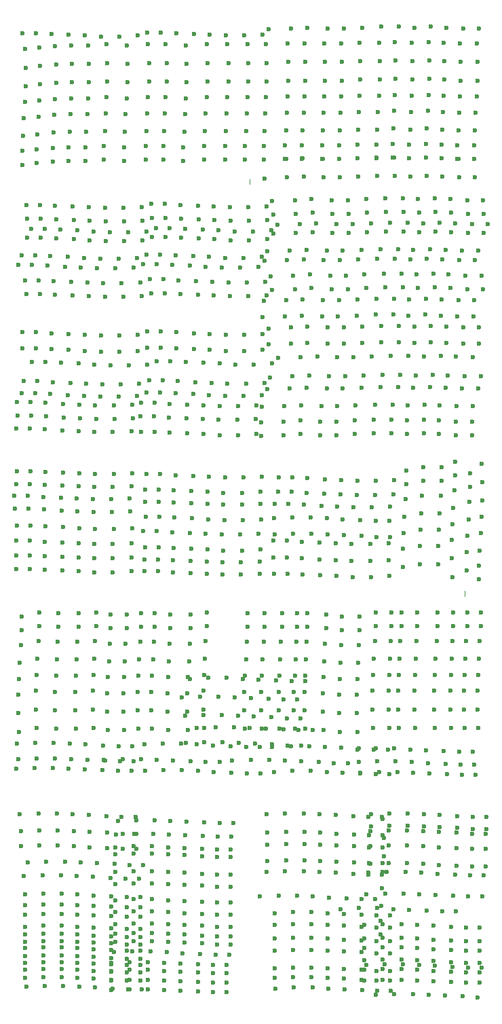
<source format=gbr>
G04 ===== Begin FILE IDENTIFICATION =====*
G04 File Format:  Gerber RS274X*
G04 ===== End FILE IDENTIFICATION =====*
%FSDAX34Y34*%
%MOMM*%
%SFA1.0000B1.0000*%
%OFA0.0B0.0*%
%ADD14C,0.600000*%
%ADD15C,0.025000*%
%LNhole*%
%IPPOS*%
%LPD*%
G75*
D14*
X-0071262Y-0185587D03*
X-0090262Y-0184587D03*
X-0112262Y-0183587D03*
X-0132262Y-0182587D03*
X-0152262Y-0181587D03*
X-0175262D03*
X-0179600Y-0177587D03*
X-0196600D03*
X-0198262Y-0182587D03*
X-0215600Y-0176587D03*
X-0300600Y-0173587D03*
X-0237600Y-0175587D03*
X-0257600Y-0174587D03*
X-0277600Y-0173587D03*
X-0323600Y-0174587D03*
X-0526600D03*
X-0528600Y-0176587D03*
X-0568600Y-0172587D03*
X-0634600D03*
X-0611600Y-0171587D03*
X-0548600Y-0173587D03*
X-0588600Y-0171587D03*
X-0505600Y-0175587D03*
X-0507600D03*
X-0482600D03*
X-0490600D03*
X-0442600Y-0177587D03*
X-0462600Y-0176587D03*
X-0420600Y-0178587D03*
X-0384600Y-0179587D03*
X-0401600D03*
X-0146600Y-0164587D03*
X-0189600Y-0163587D03*
X-0166600D03*
X-0324600Y-0161587D03*
X-0258600D03*
X-0238600Y-0162587D03*
X-0216600Y-0163587D03*
X-0197600Y-0164587D03*
X-0212600D03*
X-0180600D03*
X-0505600Y-0163587D03*
X-0550600Y-0162587D03*
X-0528600Y-0164587D03*
X-0636600Y-0161587D03*
X-0570600D03*
X-0528600Y-0163587D03*
X-0509600Y-0164587D03*
X-0482600Y-0163587D03*
X-0492600Y-0164587D03*
X-0462600D03*
X-0104600Y-0153587D03*
X-0126600Y-0152587D03*
X-0146600Y-0151587D03*
X-0189600Y-0150587D03*
X-0238600D03*
X-0216600Y-0151587D03*
X-0197600Y-0152587D03*
X-0212600Y-0151587D03*
X-0180600Y-0152587D03*
X-0166600Y-0150587D03*
X-0505600Y-0151587D03*
X-0550600Y-0152587D03*
X-0528600D03*
Y-0153587D03*
X-0636600Y-0151587D03*
X-0613600Y-0150587D03*
X-0590600D03*
X-0570600Y-0151587D03*
X-0482600D03*
X-0442600Y-0153587D03*
X-0462600Y-0152587D03*
X-0085600Y-0154587D03*
X-0068600D03*
X-0301600Y-0160587D03*
X-0278600D03*
X-0401600Y-0155587D03*
X-0384600D03*
X-0420600Y-0154587D03*
X-0492600D03*
X-0509600D03*
X-0590600Y-0160587D03*
X-0613600D03*
X-0104600Y-0166587D03*
X-0085600Y-0167587D03*
X-0068600D03*
X-0126600Y-0165587D03*
X-0401600Y-0167587D03*
X-0384600D03*
X-0420600Y-0166587D03*
X-0442600Y-0165587D03*
X-0104600Y-0114587D03*
Y-0126587D03*
Y-0141587D03*
X-0068600Y-0142587D03*
Y-0127587D03*
Y-0115587D03*
X-0085600D03*
Y-0127587D03*
Y-0142587D03*
X-0180600Y-0130587D03*
Y-0115587D03*
X-0166600Y-0138587D03*
Y-0123587D03*
Y-0111587D03*
X-0146600Y-0112587D03*
Y-0124587D03*
Y-0139587D03*
X-0126600Y-0140587D03*
Y-0125587D03*
Y-0113587D03*
X-0189600Y-0138587D03*
Y-0123587D03*
Y-0111587D03*
X-0192600Y-0107587D03*
X-0197600Y-0130587D03*
Y-0115587D03*
X-0216600Y-0114587D03*
Y-0129587D03*
X-0238600Y-0113587D03*
Y-0128587D03*
X-0212600Y-0139587D03*
Y-0124587D03*
Y-0112587D03*
X-0301600Y-0126587D03*
Y-0111587D03*
X-0278600D03*
Y-0126587D03*
X-0324600Y-0127587D03*
Y-0112587D03*
X-0258600D03*
Y-0127587D03*
X-0439600Y-0130587D03*
X-0462600Y-0142587D03*
X-0459600Y-0129587D03*
X-0417600Y-0131587D03*
X-0398600Y-0132587D03*
X-0381600D03*
X-0509600Y-0137587D03*
X-0502600Y-0128587D03*
X-0505600Y-0141587D03*
X-0550600Y-0135587D03*
X-0525600Y-0129587D03*
X-0528600Y-0136587D03*
Y-0142587D03*
X-0509600Y-0127587D03*
X-0482600Y-0141587D03*
X-0492600Y-0127587D03*
Y-0137587D03*
X-0479600Y-0128587D03*
X-0437600Y-0107587D03*
Y-0117587D03*
X-0379600Y-0109587D03*
Y-0119587D03*
X-0396600Y-0109587D03*
Y-0119587D03*
X-0415600Y-0118587D03*
X-0457600Y-0106587D03*
Y-0116587D03*
X-0477600Y-0105587D03*
Y-0115587D03*
X-0415600Y-0108587D03*
X-0500600Y-0105587D03*
Y-0115587D03*
X-0550600Y-0108587D03*
Y-0117587D03*
X-0528600Y-0118587D03*
Y-0109587D03*
X-0523600Y-0106587D03*
Y-0116587D03*
X-0509600Y-0119587D03*
Y-0110587D03*
X-0492600D03*
Y-0119587D03*
X-0528600Y-0126587D03*
X-0550600Y-0125587D03*
X-0570600Y-0116587D03*
Y-0107587D03*
X-0590600Y-0141587D03*
Y-0106587D03*
Y-0115587D03*
Y-0123587D03*
Y-0133587D03*
X-0570600Y-0124587D03*
Y-0134587D03*
Y-0142587D03*
X-0613600Y-0106587D03*
Y-0115587D03*
Y-0123587D03*
Y-0133587D03*
Y-0141587D03*
X-0636600Y-0107587D03*
Y-0116587D03*
Y-0124587D03*
Y-0134587D03*
Y-0142587D03*
X-0124600Y-0146587D03*
X-0102600Y-0147587D03*
X-0083600Y-0148587D03*
X-0066600D03*
X-0278600D03*
X-0258600Y-0149587D03*
X-0210600Y-0145587D03*
X-0187600Y-0144587D03*
X-0164600D03*
X-0144600Y-0145587D03*
X-0528600Y-0144587D03*
X-0550600Y-0143587D03*
X-0509600Y-0145587D03*
X-0492600D03*
X-0442600Y-0143587D03*
X-0420600Y-0144587D03*
X-0384600Y-0145587D03*
X-0401600D03*
X-0324600Y-0149587D03*
X-0301600Y-0148587D03*
X-0082925Y-0060175D03*
D03*
X-0065925D03*
X-0063600Y-0033587D03*
X-0080600D03*
X-0065925Y-0060175D03*
X-0061600Y-0022587D03*
X-0078600D03*
X-0123925Y-0058175D03*
X-0126600Y-0096587D03*
X-0115600Y-0078587D03*
X-0104600Y-0097587D03*
X-0119600Y-0020587D03*
X-0123925Y-0058175D03*
X-0121600Y-0031587D03*
X-0156600Y-0076587D03*
X-0143925Y-0057175D03*
X-0141600Y-0030587D03*
X-0143925Y-0057175D03*
X-0146600Y-0095587D03*
X-0161600Y-0029587D03*
X-0163925Y-0056175D03*
X-0159600Y-0018587D03*
X-0163925Y-0056175D03*
X-0166600Y-0094587D03*
X-0139600Y-0019587D03*
X-0134600Y-0077587D03*
X-0101925Y-0059175D03*
D03*
X-0097600Y-0021587D03*
X-0099600Y-0032587D03*
X-0098600Y-0078587D03*
X-0238600Y-0096587D03*
X-0216600Y-0097587D03*
X-0197600Y-0083587D03*
X-0212600Y-0095587D03*
X-0192600Y-0090587D03*
X-0189600Y-0094587D03*
X-0191600Y-0071587D03*
X-0215925Y-0063175D03*
D03*
X-0219600Y-0074587D03*
X-0242600Y-0075587D03*
X-0234925Y-0062175D03*
D03*
X-0196600Y-0074587D03*
X-0198925Y-0063175D03*
D03*
X-0216600Y-0082587D03*
X-0238600Y-0081587D03*
X-0258600Y-0095587D03*
X-0276925Y-0060175D03*
X-0278600Y-0079587D03*
Y-0094587D03*
X-0276925Y-0060175D03*
X-0256925Y-0061175D03*
D03*
X-0258600Y-0080587D03*
X-0225600Y-0017587D03*
X-0226600Y-0031587D03*
X-0190600Y-0049587D03*
X-0189600Y-0029587D03*
X-0190600Y-0032587D03*
X-0189600Y-0018587D03*
X-0184600Y-0029587D03*
X-0182600Y-0018587D03*
X-0207600Y-0032587D03*
Y-0030587D03*
X-0206600Y-0018587D03*
X-0205600Y-0019587D03*
X-0268600Y-0029587D03*
X-0267600Y-0015587D03*
X-0247600Y-0016587D03*
X-0248600Y-0030587D03*
X-0186925Y-0056175D03*
D03*
X-0209925Y-0057175D03*
D03*
X-0301600Y-0094587D03*
Y-0079587D03*
X-0296925Y-0059175D03*
D03*
X-0324600Y-0095587D03*
Y-0080587D03*
X-0311600Y-0028587D03*
X-0319925Y-0059175D03*
D03*
X-0288600Y-0028587D03*
X-0180600Y-0083587D03*
X-0176600Y-0075587D03*
X-0437600Y-0095587D03*
X-0379600Y-0097587D03*
Y-0082587D03*
X-0396600Y-0097587D03*
Y-0082587D03*
X-0415600Y-0096587D03*
X-0477600Y-0093587D03*
X-0457600Y-0094587D03*
X-0492600Y-0085587D03*
X-0523600Y-0094587D03*
X-0528600Y-0084587D03*
X-0570600Y-0097587D03*
Y-0082587D03*
X-0550600Y-0083587D03*
X-0509600Y-0085587D03*
X-0500600Y-0093587D03*
X-0415600Y-0066587D03*
X-0396600Y-0067587D03*
X-0379600D03*
X-0437600Y-0065587D03*
X-0342925Y-0060175D03*
D03*
X-0492600Y-0060587D03*
X-0500600Y-0063587D03*
X-0509600Y-0060587D03*
Y-0073587D03*
X-0550600Y-0071587D03*
X-0570600Y-0070587D03*
X-0523600Y-0064587D03*
X-0528600Y-0072587D03*
X-0492600Y-0073587D03*
X-0477600Y-0063587D03*
X-0457600Y-0064587D03*
X-0437600Y-0080587D03*
X-0415600Y-0081587D03*
X-0477600Y-0078587D03*
X-0457600Y-0079587D03*
X-0523600D03*
X-0500600Y-0078587D03*
X-0590600Y-0096587D03*
Y-0081587D03*
Y-0069587D03*
X-0613600Y-0096587D03*
X-0636600Y-0070587D03*
Y-0082587D03*
Y-0097587D03*
X-0613600Y-0069587D03*
Y-0081587D03*
X-0437600Y-0030587D03*
Y-0045587D03*
X-0379600Y-0047587D03*
Y-0032587D03*
X-0396600Y-0047587D03*
Y-0032587D03*
X-0457600Y-0029587D03*
Y-0044587D03*
X-0477600Y-0028587D03*
Y-0043587D03*
X-0415600Y-0031587D03*
Y-0046587D03*
X-0510600Y-0037587D03*
X-0505600Y-0020587D03*
X-0500600Y-0043587D03*
Y-0028587D03*
X-0546600Y-0018587D03*
X-0551600Y-0035587D03*
X-0524600Y-0019587D03*
X-0529600Y-0036587D03*
X-0523600Y-0029587D03*
Y-0044587D03*
X-0488600Y-0020587D03*
X-0493600Y-0037587D03*
X-0591600Y-0033587D03*
X-0637600Y-0034587D03*
X-0632600Y-0017587D03*
X-0609600Y-0016587D03*
X-0614600Y-0033587D03*
X-0586600Y-0016587D03*
X-0571600Y-0034587D03*
X-0566600Y-0017587D03*
X-0550600Y-0058587D03*
X-0528600Y-0059587D03*
X-0570600Y-0057587D03*
X-0613600Y-0056587D03*
X-0636600Y-0057587D03*
X-0590600Y-0056587D03*
X-0334600Y-0029587D03*
X-0333600Y-0015587D03*
X-0085600Y-0098587D03*
X-0068600D03*
X-0180600D03*
X-0197600D03*
X-0492600Y-0100587D03*
X-0509600D03*
X-0550600Y-0098587D03*
X-0528600Y-0099587D03*
X-0060600Y0024413D03*
X-0077600D03*
X-0060600Y0039413D03*
X-0077600D03*
X-0073600Y0091413D03*
X-0078600Y0018413D03*
X-0061600D03*
X-0078600Y-0000587D03*
X-0061600D03*
X-0097600Y0019413D03*
X-0096600Y0025413D03*
Y0040413D03*
X-0090600Y0091413D03*
X-0097600Y0000413D03*
X-0158600Y0028413D03*
Y0043413D03*
X-0119600Y0001413D03*
Y0020413D03*
X-0109600Y0092413D03*
X-0118600Y0041413D03*
Y0026413D03*
X-0139600Y0021413D03*
X-0159600Y0022413D03*
Y0003413D03*
X-0171600Y0095413D03*
X-0151600Y0094413D03*
X-0131600Y0093413D03*
X-0138600Y0042413D03*
Y0027413D03*
X-0139600Y0002413D03*
X-0226600Y0040413D03*
X-0225600Y0017413D03*
Y0002413D03*
X-0188600Y0013413D03*
X-0189600Y0036413D03*
Y0001413D03*
X-0204600Y0042413D03*
Y0027413D03*
X-0205600Y0021413D03*
Y0002413D03*
X-0206600Y0001413D03*
Y0016413D03*
X-0207600Y0039413D03*
X-0190600D03*
X-0189600Y0016413D03*
X-0287600Y0020413D03*
Y0005413D03*
X-0267600Y0004413D03*
Y0019413D03*
X-0268600Y0042413D03*
X-0247600Y0003413D03*
Y0018413D03*
X-0248600Y0041413D03*
X-0198600Y0092413D03*
X-0194600Y0095413D03*
X-0279600Y0096413D03*
X-0259600Y0095413D03*
X-0239600Y0094413D03*
X-0217600Y0093413D03*
Y0094413D03*
X-0302600Y0096413D03*
X-0325600Y0095413D03*
X-0310600Y0020413D03*
X-0311600Y0043413D03*
X-0310600Y0005413D03*
X-0333600Y0004413D03*
Y0019413D03*
X-0334600Y0042413D03*
X-0288600Y0043413D03*
X-0181600Y0092413D03*
X-0182600Y0003413D03*
Y0022413D03*
X-0181600Y0028413D03*
Y0043413D03*
X-0359600Y0093413D03*
X-0400600Y0095413D03*
X-0412600Y0032413D03*
X-0414600Y0015413D03*
X-0415600Y-0000587D03*
X-0393600Y0031413D03*
X-0395600Y0014413D03*
X-0396600Y-0001587D03*
X-0376600Y0031413D03*
X-0378600Y0014413D03*
X-0379600Y-0001587D03*
X-0378600Y0094413D03*
X-0434600Y0033413D03*
X-0436600Y0016413D03*
X-0437600Y0000413D03*
Y-0008587D03*
X-0463600Y0097413D03*
X-0440600D03*
X-0454600Y0034413D03*
X-0456600Y0017413D03*
X-0457600Y0001413D03*
Y-0007587D03*
X-0420600Y0096413D03*
X-0477600Y-0006587D03*
Y0002413D03*
X-0497600Y-0000587D03*
Y0035413D03*
X-0486600Y0096413D03*
X-0503600D03*
X-0498600Y0039413D03*
X-0499600Y0018413D03*
X-0500600Y0002413D03*
Y-0006587D03*
X-0497600Y0018413D03*
X-0476600D03*
X-0474600Y0035413D03*
X-0520600Y0034413D03*
X-0522600Y0017413D03*
X-0533600Y0000413D03*
Y0019413D03*
X-0523600Y0001413D03*
Y-0007587D03*
X-0520600Y0096413D03*
X-0539600Y0097413D03*
X-0534600Y0040413D03*
X-0515600Y0039413D03*
X-0514600Y-0000587D03*
Y0018413D03*
X-0575600Y0002413D03*
Y0021413D03*
X-0595600Y0022413D03*
Y0003413D03*
X-0596600Y0043413D03*
X-0581600Y0099413D03*
X-0576600Y0042413D03*
X-0561600Y0098413D03*
X-0555600Y0001413D03*
Y0020413D03*
X-0556600Y0041413D03*
X-0641600Y0021413D03*
Y0002413D03*
X-0624600Y0100413D03*
X-0647600Y0099413D03*
X-0642600Y0042413D03*
X-0618600Y0022413D03*
Y0003413D03*
X-0619600Y0043413D03*
X-0601600Y0100413D03*
X-0342600Y0093413D03*
X-0188600Y-0009587D03*
X-0287600Y-0014587D03*
X-0310600D03*
X-0379600Y-0010587D03*
X-0396600D03*
X-0415600Y-0009587D03*
X-0113600Y0121413D03*
X-0087600Y0150413D03*
X-0088600Y0173413D03*
X-0094600Y0120413D03*
X-0077600D03*
X-0070600Y0150413D03*
X-0071600Y0173413D03*
X-0104600Y0150413D03*
X-0105600Y0173413D03*
X-0155600Y0123413D03*
X-0169600Y0150413D03*
X-0170600Y0173413D03*
X-0175600Y0124413D03*
X-0181600Y0150413D03*
X-0150600Y0173413D03*
X-0149600Y0150413D03*
X-0135600Y0122413D03*
X-0124600Y0150413D03*
X-0125600Y0173413D03*
X-0103600Y0236413D03*
X-0088600Y0196413D03*
X-0087600Y0216413D03*
X-0071600Y0196413D03*
X-0070600Y0216413D03*
X-0069600Y0236413D03*
X-0086600D03*
X-0105600Y0196413D03*
X-0104600Y0216413D03*
X-0150600Y0196413D03*
X-0149600Y0216413D03*
X-0170600Y0196413D03*
X-0169600Y0216413D03*
X-0168600Y0236413D03*
X-0181600Y0216413D03*
X-0180600Y0236413D03*
X-0148600D03*
X-0123600D03*
X-0124600Y0216413D03*
X-0125600Y0196413D03*
X-0200600Y0123413D03*
X-0198600Y0124413D03*
X-0219600D03*
X-0221600Y0123413D03*
X-0304600Y0127413D03*
X-0261600Y0126413D03*
X-0327600Y0129413D03*
Y0126413D03*
X-0331600Y0110413D03*
X-0308600Y0128413D03*
X-0281600Y0127413D03*
X-0291600Y0128413D03*
X-0241600Y0125413D03*
X-0201600Y0150413D03*
X-0222600Y0168413D03*
X-0221600Y0145413D03*
X-0244600Y0168413D03*
X-0243600Y0145413D03*
X-0263600Y0147413D03*
X-0277600D03*
X-0328600Y0163413D03*
X-0335600Y0149413D03*
X-0318600D03*
X-0313600Y0148413D03*
X-0309600Y0162413D03*
X-0294600Y0147413D03*
X-0286600Y0149413D03*
X-0299600D03*
X-0292600Y0162413D03*
X-0202600Y0196413D03*
X-0222600Y0191413D03*
X-0300600Y0195413D03*
X-0319600D03*
X-0332600Y0186413D03*
X-0313600Y0185413D03*
X-0287600Y0195413D03*
X-0296600Y0185413D03*
X-0244600Y0191413D03*
X-0264600Y0193413D03*
X-0201600Y0216413D03*
X-0200600Y0236413D03*
X-0220600Y0231413D03*
X-0242600D03*
X-0318600Y0215413D03*
X-0317600Y0235413D03*
X-0285600D03*
X-0286600Y0215413D03*
X-0299600D03*
X-0298600Y0235413D03*
X-0262600Y0233413D03*
X-0221600Y0211413D03*
X-0303600Y0208413D03*
X-0243600Y0211413D03*
X-0322600Y0209413D03*
X-0286600Y0208413D03*
X-0263600Y0213413D03*
X-0202600Y0173413D03*
X-0300600Y0172413D03*
X-0264600Y0170413D03*
X-0287600Y0172413D03*
X-0319600D03*
X-0183600Y0123413D03*
X-0182600Y0173413D03*
Y0196413D03*
X-0350600Y0164413D03*
X-0349600Y0130413D03*
X-0354600Y0110413D03*
X-0360600Y0126413D03*
X-0361600Y0149413D03*
X-0355600Y0150413D03*
X-0390600Y0166413D03*
X-0389600Y0132413D03*
X-0398600Y0151413D03*
X-0369600Y0131413D03*
X-0370600Y0165413D03*
X-0375600Y0151413D03*
X-0379600Y0127413D03*
X-0401600Y0128413D03*
X-0421600Y0129413D03*
Y0150413D03*
X-0412600D03*
X-0413600Y0166413D03*
X-0412600Y0132413D03*
X-0432600Y0147413D03*
X-0441600Y0130413D03*
X-0435600Y0131413D03*
X-0436600Y0165413D03*
X-0457600Y0147413D03*
X-0471600Y0110413D03*
X-0494600Y0149413D03*
X-0491600Y0111413D03*
X-0487600Y0129413D03*
X-0502600Y0127413D03*
X-0464600Y0130413D03*
X-0477600Y0149413D03*
X-0514600Y0111413D03*
X-0538600Y0128413D03*
X-0532600Y0147413D03*
X-0558600Y0110413D03*
X-0578600Y0111413D03*
X-0560600Y0129413D03*
X-0580600Y0130413D03*
X-0572600Y0149413D03*
X-0519600Y0127413D03*
X-0537600Y0110413D03*
X-0550600Y0150413D03*
X-0512600Y0147413D03*
X-0600600Y0131413D03*
X-0598600Y0112413D03*
X-0597600Y0149413D03*
X-0644600Y0111413D03*
X-0646600Y0130413D03*
X-0644600Y0168413D03*
X-0643600Y0145413D03*
X-0623600Y0131413D03*
X-0621600Y0112413D03*
Y0150413D03*
X-0364600Y0211413D03*
X-0362600Y0195413D03*
X-0374600Y0188413D03*
X-0384600Y0212413D03*
X-0354600Y0187413D03*
X-0361600Y0215413D03*
X-0360600Y0235413D03*
X-0344600Y0210413D03*
X-0411600Y0236413D03*
X-0412600Y0216413D03*
X-0413600Y0196413D03*
X-0431600Y0233413D03*
X-0432600Y0213413D03*
X-0433600Y0193413D03*
X-0430600Y0211413D03*
X-0440600Y0188413D03*
X-0407600Y0212413D03*
X-0417600Y0189413D03*
X-0394600D03*
X-0478600Y0195413D03*
X-0458600Y0193413D03*
X-0457600Y0213413D03*
X-0493600Y0235413D03*
X-0494600Y0215413D03*
X-0495600Y0195413D03*
X-0477600Y0215413D03*
X-0476600Y0235413D03*
X-0456600Y0233413D03*
X-0513600Y0193413D03*
X-0512600Y0213413D03*
X-0511600Y0233413D03*
X-0532600Y0213413D03*
X-0549600Y0236413D03*
X-0550600Y0216413D03*
X-0571600Y0235413D03*
X-0531600Y0233413D03*
X-0573600Y0195413D03*
X-0551600Y0196413D03*
X-0533600Y0193413D03*
X-0572600Y0215413D03*
X-0598600Y0195413D03*
X-0597600Y0215413D03*
X-0642600Y0231413D03*
X-0643600Y0211413D03*
X-0644600Y0191413D03*
X-0622600Y0196413D03*
X-0596600Y0235413D03*
X-0620600Y0236413D03*
X-0621600Y0216413D03*
X-0362600Y0172413D03*
X-0513600Y0170413D03*
X-0413600Y0173413D03*
X-0433600Y0170413D03*
X-0478600Y0172413D03*
X-0458600Y0170413D03*
X-0495600Y0172413D03*
X-0573600D03*
X-0551600Y0173413D03*
X-0533600Y0170413D03*
X-0622600Y0173413D03*
X-0598600Y0172413D03*
X-0339600Y0235413D03*
X-0340600Y0215413D03*
X-0341600Y0195413D03*
Y0172413D03*
X-0340600Y0149413D03*
X-0343600Y0126413D03*
X-0153600Y0107413D03*
X-0075600Y0104413D03*
X-0092600D03*
X-0111600Y0105413D03*
X-0133600Y0106413D03*
X-0233600D03*
X-0250600D03*
X-0269600Y0107413D03*
X-0219600D03*
X-0196600Y0108413D03*
X-0173600D03*
X-0517600D03*
X-0536600Y0109413D03*
X-0500600Y0108413D03*
X-0451600Y0109413D03*
X-0429600Y0108413D03*
X-0410600Y0107413D03*
X-0393600D03*
X-0377600Y0109413D03*
X-0311600D03*
X-0291600Y0108413D03*
X-0101600Y0294413D03*
X-0067600D03*
Y0277413D03*
X-0068600Y0258413D03*
X-0085600D03*
X-0084600Y0277413D03*
Y0294413D03*
X-0102600Y0258413D03*
X-0101600Y0277413D03*
X-0178600Y0294413D03*
Y0277413D03*
X-0179600Y0258413D03*
X-0167600D03*
X-0166600Y0277413D03*
Y0294413D03*
X-0146600D03*
Y0277413D03*
X-0147600Y0258413D03*
X-0121600Y0294413D03*
Y0277413D03*
X-0122600Y0258413D03*
X-0199600D03*
X-0198600Y0277413D03*
Y0294413D03*
X-0219600Y0253413D03*
X-0218600Y0272413D03*
Y0289413D03*
X-0260600Y0291413D03*
X-0241600Y0253413D03*
X-0261600Y0255413D03*
X-0283600Y0293413D03*
Y0276413D03*
X-0284600Y0257413D03*
X-0240600Y0289413D03*
Y0272413D03*
X-0260600Y0274413D03*
X-0296600Y0276413D03*
Y0293413D03*
X-0297600Y0257413D03*
X-0315600Y0293413D03*
Y0276413D03*
X-0316600Y0257413D03*
X-0337600Y0293413D03*
Y0276413D03*
X-0338600Y0257413D03*
X-0358600Y0293413D03*
X-0410600Y0258413D03*
X-0409600Y0277413D03*
Y0294413D03*
X-0359600Y0257413D03*
X-0358600Y0276413D03*
X-0454600Y0274413D03*
X-0474600Y0293413D03*
Y0276413D03*
X-0492600Y0257413D03*
X-0491600Y0293413D03*
Y0276413D03*
X-0455600Y0255413D03*
X-0454600Y0291413D03*
X-0475600Y0257413D03*
X-0429600Y0291413D03*
Y0274413D03*
X-0430600Y0255413D03*
X-0547600Y0294413D03*
X-0569600Y0293413D03*
X-0547600Y0277413D03*
X-0529600Y0274413D03*
X-0530600Y0255413D03*
X-0570600Y0257413D03*
X-0569600Y0276413D03*
X-0548600Y0258413D03*
X-0529600Y0291413D03*
X-0510600Y0255413D03*
X-0509600Y0274413D03*
Y0291413D03*
X-0619600Y0258413D03*
X-0641600Y0253413D03*
X-0640600Y0272413D03*
Y0289413D03*
X-0595600Y0257413D03*
X-0594600Y0276413D03*
Y0293413D03*
X-0618600Y0294413D03*
Y0277413D03*
X-0120600Y0354413D03*
X-0181600Y0339413D03*
X-0182600Y0359413D03*
X-0164600Y0350413D03*
X-0143600Y0354413D03*
D15*
G01X-0087850Y0320763D02*
G01Y0314413D01*
D14*
X-0069600Y0335413D03*
Y0352413D03*
X-0084850Y0346763D03*
X-0102600Y0338413D03*
X-0227600D03*
X-0228600Y0358413D03*
X-0308600Y0342413D03*
X-0325600D03*
X-0289600Y0341413D03*
X-0247600Y0339413D03*
X-0267600Y0340413D03*
X-0248600Y0359413D03*
X-0204600Y0338413D03*
X-0205600Y0358413D03*
X-0366600Y0341413D03*
Y0356413D03*
X-0389600Y0341413D03*
X-0409600Y0342413D03*
X-0429600Y0343413D03*
Y0358413D03*
X-0451600Y0359413D03*
Y0344413D03*
X-0470600Y0345413D03*
X-0487600D03*
X-0503600D03*
X-0409600Y0357413D03*
X-0389600Y0356413D03*
X-0526600Y0344413D03*
X-0549600D03*
X-0569600Y0345413D03*
X-0647600Y0348413D03*
X-0630600D03*
X-0611600Y0347413D03*
X-0589600Y0346413D03*
X-0343600Y0357413D03*
Y0342413D03*
X-0068600Y0371413D03*
X-0067600Y0393413D03*
X-0066600Y0413413D03*
X-0084850Y0369763D03*
X-0083850Y0389763D03*
X-0082850Y0409763D03*
X-0103600Y0384413D03*
X-0102600Y0404413D03*
X-0120600Y0377413D03*
X-0119600Y0397413D03*
X-0180600Y0388413D03*
X-0181600Y0408413D03*
X-0162600Y0413413D03*
X-0163600Y0393413D03*
X-0164600Y0373413D03*
X-0142600Y0397413D03*
X-0143600Y0377413D03*
X-0228600Y0379413D03*
X-0205600D03*
X-0198600Y0408413D03*
X-0197600Y0388413D03*
X-0248600Y0380413D03*
X-0259600Y0411413D03*
X-0239600Y0410413D03*
X-0258600Y0391413D03*
X-0238600Y0390413D03*
X-0217600Y0409413D03*
X-0216600Y0389413D03*
X-0302600Y0412413D03*
X-0290600Y0382413D03*
X-0309600Y0383413D03*
X-0326600D03*
X-0325600Y0411413D03*
X-0324600Y0391413D03*
X-0278600Y0392413D03*
X-0279600Y0412413D03*
X-0301600Y0392413D03*
X-0268600Y0381413D03*
X-0182600Y0380413D03*
X-0101600Y0424413D03*
X-0081850Y0431763D03*
X-0065600Y0433413D03*
X-0176600Y0441413D03*
X-0180600Y0426413D03*
X-0161600Y0435413D03*
X-0140600Y0439413D03*
X-0117600D03*
X-0226600Y0425413D03*
X-0288600Y0428413D03*
X-0266600Y0427413D03*
X-0246600Y0426413D03*
X-0284600Y0443413D03*
X-0262600Y0442413D03*
X-0242600Y0441413D03*
X-0307600Y0429413D03*
X-0324600D03*
X-0222600Y0440413D03*
X-0199600D03*
X-0203600Y0425413D03*
X-0080850Y0467763D03*
Y0450763D03*
X-0065600Y0456413D03*
X-0099600Y0465413D03*
X-0116600Y0458413D03*
X-0139600D03*
X-0160600Y0471413D03*
Y0454413D03*
X-0175600Y0459413D03*
X-0198600Y0458413D03*
X-0221600D03*
X-0302600Y0462413D03*
X-0319600D03*
X-0261600Y0460413D03*
X-0241600Y0459413D03*
X-0283600Y0461413D03*
X-0100600Y0446413D03*
X-0303600Y0444413D03*
X-0320600D03*
X-0118600Y0417413D03*
X-0141600D03*
X-0365600Y0371413D03*
X-0367600Y0391413D03*
X-0364600Y0409413D03*
X-0344600Y0392413D03*
X-0390600Y0391413D03*
X-0387600Y0409413D03*
X-0388600Y0371413D03*
X-0407600Y0410413D03*
X-0452600Y0394413D03*
X-0449600Y0412413D03*
X-0450600Y0374413D03*
X-0428600Y0373413D03*
X-0427600Y0411413D03*
X-0430600Y0393413D03*
X-0408600Y0372413D03*
X-0410600Y0392413D03*
X-0471600Y0395413D03*
X-0468600Y0413413D03*
X-0485600D03*
X-0488600Y0395413D03*
X-0486600Y0375413D03*
X-0502600Y0399413D03*
X-0504600Y0420413D03*
X-0503600Y0380413D03*
X-0469600Y0375413D03*
X-0549600Y0379413D03*
X-0526600D03*
X-0568600Y0399413D03*
X-0548600Y0398413D03*
X-0525600D03*
X-0550600Y0419413D03*
X-0527600D03*
X-0569600Y0380413D03*
X-0570600Y0420413D03*
X-0612600Y0422413D03*
X-0610600Y0401413D03*
X-0611600Y0382413D03*
X-0647600Y0383413D03*
X-0646600Y0402413D03*
X-0630600Y0383413D03*
X-0629600Y0402413D03*
X-0590600Y0421413D03*
X-0588600Y0400413D03*
X-0589600Y0381413D03*
X-0365600Y0443413D03*
X-0363600Y0462413D03*
X-0388600Y0443413D03*
X-0386600Y0462413D03*
X-0450600Y0431413D03*
Y0446413D03*
X-0448600Y0465413D03*
X-0428600Y0430413D03*
Y0445413D03*
X-0426600Y0464413D03*
X-0408600Y0444413D03*
X-0406600Y0463413D03*
X-0469600Y0447413D03*
Y0432413D03*
X-0486600D03*
Y0447413D03*
X-0484600Y0466413D03*
X-0505600Y0436413D03*
X-0503600Y0451413D03*
X-0502600Y0467413D03*
X-0467600Y0466413D03*
X-0568600Y0467413D03*
X-0526600Y0450413D03*
X-0549600D03*
X-0569600Y0451413D03*
X-0528600Y0435413D03*
X-0551600D03*
X-0548600Y0466413D03*
X-0525600D03*
X-0571600Y0436413D03*
X-0610600Y0469413D03*
X-0613600Y0438413D03*
X-0630600Y0454413D03*
X-0629600Y0470413D03*
X-0649600Y0439413D03*
X-0646600Y0470413D03*
X-0647600Y0454413D03*
X-0632600Y0439413D03*
X-0611600Y0453413D03*
X-0591600Y0437413D03*
X-0588600Y0468413D03*
X-0589600Y0452413D03*
X-0365600Y0428413D03*
X-0388600D03*
X-0408600Y0429413D03*
X-0631600Y0423413D03*
X-0648600D03*
X-0342600Y0372413D03*
X-0341600Y0410413D03*
X-0340600Y0463413D03*
X-0342600Y0444413D03*
Y0429413D03*
X-0103600Y0361413D03*
X-0268600Y0360413D03*
X-0290600Y0361413D03*
X-0326600Y0362413D03*
X-0309600D03*
X-0470600Y0360413D03*
X-0487600D03*
X-0503600Y0362413D03*
X-0526600Y0361413D03*
X-0549600D03*
X-0569600Y0362413D03*
X-0589600Y0363413D03*
X-0611600Y0364413D03*
X-0630600Y0365413D03*
X-0647600D03*
X-0158600Y0552413D03*
X-0119600Y0516413D03*
Y0533413D03*
X-0078600Y0532413D03*
X-0077600Y0551413D03*
X-0078600Y0515413D03*
X-0099600Y0482413D03*
X-0098600Y0515413D03*
X-0097600Y0551413D03*
X-0098600Y0532413D03*
X-0118600Y0552413D03*
X-0138600Y0517413D03*
Y0534413D03*
X-0137600Y0553413D03*
X-0159600Y0516413D03*
Y0533413D03*
X-0224600Y0516413D03*
X-0223600Y0552413D03*
X-0224600Y0533413D03*
X-0178600Y0517413D03*
X-0199600Y0553413D03*
X-0200600Y0534413D03*
Y0517413D03*
X-0178600Y0534413D03*
X-0177600Y0553413D03*
X-0267600Y0532413D03*
X-0266600Y0551413D03*
X-0291600Y0552413D03*
X-0292600Y0533413D03*
X-0312600Y0551413D03*
X-0313600Y0532413D03*
Y0515413D03*
X-0267600D03*
X-0292600Y0516413D03*
X-0247600Y0532413D03*
X-0246600Y0551413D03*
X-0247600Y0515413D03*
X-0070600Y0573413D03*
X-0090600D03*
X-0111600Y0574413D03*
X-0130600Y0575413D03*
X-0151600Y0574413D03*
X-0305600Y0573413D03*
X-0284600Y0574413D03*
X-0333600Y0572413D03*
X-0259600Y0573413D03*
X-0239600D03*
X-0216600Y0574413D03*
X-0192600Y0575413D03*
X-0170600D03*
X-0067600Y0588413D03*
X-0087600D03*
X-0108600Y0589413D03*
X-0148600D03*
X-0302600Y0588413D03*
X-0281600Y0589413D03*
X-0236600Y0588413D03*
X-0256600D03*
X-0330600Y0587413D03*
X-0213600Y0589413D03*
X-0337600Y0580413D03*
X-0226600Y0612413D03*
X-0157600Y0614413D03*
X-0077600Y0612413D03*
X-0098600Y0613413D03*
X-0117600Y0614413D03*
X-0138600Y0613413D03*
X-0179600Y0614413D03*
X-0203600Y0613413D03*
X-0327600Y0604413D03*
X-0292600Y0612413D03*
X-0320600Y0611413D03*
X-0246600Y0612413D03*
X-0271600Y0613413D03*
X-0127600Y0590413D03*
X-0167600D03*
X-0189600D03*
X-0347600Y0516413D03*
X-0393600Y0515413D03*
X-0370600D03*
X-0413600Y0516413D03*
X-0433600Y0517413D03*
X-0455600Y0518413D03*
X-0474600Y0519413D03*
X-0589600Y0521413D03*
X-0611600Y0522413D03*
X-0647600Y0523413D03*
X-0630600D03*
X-0569600Y0520413D03*
X-0549600Y0519413D03*
X-0526600D03*
X-0503600Y0520413D03*
X-0491600Y0519413D03*
X-0348600Y0535413D03*
X-0434600Y0536413D03*
X-0394600Y0534413D03*
X-0371600D03*
X-0414600Y0535413D03*
X-0475600Y0538413D03*
X-0456600Y0537413D03*
X-0501600Y0536413D03*
X-0645600Y0539413D03*
X-0628600D03*
X-0609600Y0538413D03*
X-0524600Y0535413D03*
X-0547600D03*
X-0567600Y0536413D03*
X-0587600Y0537413D03*
X-0492600Y0538413D03*
X-0363600Y0564413D03*
X-0386600D03*
X-0406600Y0565413D03*
X-0474600Y0555413D03*
X-0491600D03*
X-0496600Y0564413D03*
X-0562600D03*
X-0646600Y0556413D03*
X-0629600D03*
X-0610600Y0555413D03*
X-0542600Y0563413D03*
X-0519600D03*
X-0582600Y0565413D03*
X-0360600Y0579413D03*
X-0403600Y0580413D03*
X-0493600Y0579413D03*
X-0481600Y0583413D03*
X-0445600Y0582413D03*
X-0464600Y0583413D03*
X-0423600Y0581413D03*
X-0383600Y0579413D03*
X-0362600Y0620413D03*
X-0435600Y0606413D03*
X-0385600Y0620413D03*
X-0471600Y0607413D03*
X-0466600Y0624413D03*
X-0495600Y0620413D03*
X-0483600Y0624413D03*
X-0454600Y0607413D03*
X-0447600Y0623413D03*
X-0425600Y0622413D03*
X-0413600Y0605413D03*
X-0405600Y0621413D03*
X-0350600Y0603413D03*
X-0393600Y0604413D03*
X-0373600Y0603413D03*
X-0483600D03*
X-0506600Y0602413D03*
X-0541600Y0619413D03*
X-0549600Y0603413D03*
X-0569600Y0604413D03*
X-0559600Y0579413D03*
X-0539600Y0578413D03*
X-0561600Y0620413D03*
X-0529600Y0602413D03*
X-0518600Y0619413D03*
X-0516600Y0578413D03*
X-0581600Y0621413D03*
X-0637600Y0582413D03*
X-0601600Y0581413D03*
X-0620600Y0582413D03*
X-0591600Y0605413D03*
X-0639600Y0623413D03*
X-0622600D03*
X-0603600Y0622413D03*
X-0627600Y0606413D03*
X-0610600D03*
X-0579600Y0580413D03*
X-0426600Y0566413D03*
X-0448600Y0567413D03*
X-0467600Y0568413D03*
X-0484600D03*
X-0604600Y0566413D03*
X-0623600Y0567413D03*
X-0640600D03*
X-0347600Y0552413D03*
X-0370600Y0551413D03*
X-0393600D03*
X-0413600Y0552413D03*
X-0433600Y0553413D03*
X-0455600Y0554413D03*
X-0502600Y0553413D03*
X-0588600Y0554413D03*
X-0525600Y0552413D03*
X-0548600D03*
X-0568600Y0553413D03*
X-0339600Y0621413D03*
X-0341600Y0514413D03*
X-0340600Y0550413D03*
X-0341600Y0531413D03*
X-0340600Y0565413D03*
X-0086600Y0714413D03*
X-0084600Y0697413D03*
X-0076600Y0663413D03*
X-0075600Y0683413D03*
X-0074600Y0733413D03*
X-0070600Y0745413D03*
X-0066600Y0714413D03*
X-0064600Y0697413D03*
X-0069600Y0649413D03*
X-0089600D03*
X-0090600Y0745413D03*
X-0095600Y0683413D03*
X-0096600Y0663413D03*
X-0094600Y0733413D03*
X-0124600Y0699413D03*
X-0110600Y0650413D03*
X-0111600Y0746413D03*
X-0116600Y0684413D03*
X-0117600Y0664413D03*
X-0115600Y0734413D03*
X-0136600Y0665413D03*
X-0129600Y0651413D03*
X-0145600Y0698413D03*
X-0147600Y0715413D03*
X-0126600Y0716413D03*
X-0130600Y0747413D03*
X-0135600Y0685413D03*
X-0134600Y0735413D03*
X-0155600Y0734413D03*
X-0157600Y0664413D03*
X-0156600Y0684413D03*
X-0174600Y0735413D03*
X-0170600Y0747413D03*
X-0164600Y0699413D03*
X-0166600Y0716413D03*
X-0175600Y0685413D03*
X-0176600Y0665413D03*
X-0169600Y0651413D03*
X-0150600Y0650413D03*
X-0151600Y0746413D03*
X-0105600Y0698413D03*
X-0107600Y0715413D03*
X-0196600Y0735413D03*
X-0210600Y0698413D03*
X-0198600Y0665413D03*
X-0197600Y0685413D03*
X-0212600Y0715413D03*
X-0188600Y0716413D03*
X-0191600Y0651413D03*
X-0192600Y0747413D03*
X-0220600Y0734413D03*
X-0243600Y0733413D03*
X-0239600Y0745413D03*
X-0235600Y0714413D03*
X-0233600Y0697413D03*
X-0238600Y0649413D03*
X-0244600Y0683413D03*
X-0222600Y0664413D03*
X-0221600Y0684413D03*
X-0215600Y0650413D03*
X-0216600Y0746413D03*
X-0258600Y0649413D03*
X-0265600Y0663413D03*
X-0264600Y0683413D03*
X-0253600Y0697413D03*
X-0280600Y0715413D03*
X-0255600Y0714413D03*
X-0278600Y0698413D03*
X-0259600Y0745413D03*
X-0263600Y0733413D03*
X-0245600Y0663413D03*
X-0309600Y0733413D03*
X-0333600Y0744413D03*
X-0305600Y0745413D03*
X-0334600Y0689413D03*
X-0290600Y0664413D03*
X-0311600Y0663413D03*
X-0310600Y0683413D03*
X-0332600Y0648413D03*
X-0304600Y0649413D03*
X-0289600Y0684413D03*
X-0329600Y0713413D03*
X-0301600Y0714413D03*
X-0327600Y0696413D03*
X-0299600Y0697413D03*
X-0288600Y0734413D03*
X-0284600Y0746413D03*
X-0283600Y0650413D03*
X-0186600Y0699413D03*
X-0362600Y0640413D03*
X-0385600D03*
X-0405600Y0641413D03*
X-0425600Y0642413D03*
X-0447600Y0643413D03*
X-0483600Y0644413D03*
X-0495600Y0640413D03*
X-0466600Y0644413D03*
X-0422600Y0707413D03*
X-0402600Y0706413D03*
X-0382600Y0705413D03*
X-0380600Y0688413D03*
X-0400600Y0689413D03*
X-0420600Y0690413D03*
X-0357600Y0688413D03*
X-0359600Y0705413D03*
X-0406600Y0737413D03*
X-0426600Y0738413D03*
X-0386600Y0736413D03*
X-0430600Y0726413D03*
X-0410600Y0725413D03*
X-0390600Y0724413D03*
X-0344600Y0725413D03*
X-0367600Y0724413D03*
X-0363600Y0736413D03*
X-0452600Y0727413D03*
X-0471600Y0728413D03*
X-0488600D03*
X-0500600Y0724413D03*
X-0448600Y0739413D03*
X-0467600Y0740413D03*
X-0484600D03*
X-0480600Y0709413D03*
X-0463600D03*
X-0444600Y0708413D03*
X-0490600Y0688413D03*
X-0478600Y0692413D03*
X-0461600D03*
X-0442600Y0691413D03*
X-0492600Y0705413D03*
X-0496600Y0736413D03*
X-0639600Y0643413D03*
X-0622600D03*
X-0603600Y0642413D03*
X-0518600Y0639413D03*
X-0541600D03*
X-0561600Y0640413D03*
X-0581600Y0641413D03*
X-0566600Y0724413D03*
X-0546600Y0723413D03*
X-0523600D03*
X-0519600Y0735413D03*
X-0542600D03*
X-0538600Y0704413D03*
X-0558600Y0705413D03*
X-0578600Y0706413D03*
X-0536600Y0687413D03*
X-0576600Y0689413D03*
X-0556600Y0688413D03*
X-0582600Y0737413D03*
X-0562600Y0736413D03*
X-0608600Y0726413D03*
X-0627600Y0727413D03*
X-0644600D03*
X-0600600Y0707413D03*
X-0634600Y0691413D03*
X-0617600D03*
X-0598600Y0690413D03*
X-0619600Y0708413D03*
X-0636600D03*
X-0604600Y0738413D03*
X-0623600Y0739413D03*
X-0640600D03*
X-0586600Y0725413D03*
X-0515600Y0704413D03*
X-0513600Y0687413D03*
X-0337600Y0732413D03*
X-0340600Y0737413D03*
X-0336600Y0706413D03*
X-0338600Y0682413D03*
X-0339600Y0662413D03*
Y0641413D03*
X-0069600Y0629413D03*
X-0089600D03*
X-0110600Y0630413D03*
X-0129600Y0631413D03*
X-0150600Y0630413D03*
X-0169600Y0631413D03*
X-0191600D03*
X-0215600Y0630413D03*
X-0283600D03*
X-0238600Y0629413D03*
X-0258600D03*
X-0332600Y0628413D03*
X-0304600Y0629413D03*
X-0084600Y0808413D03*
X-0083600Y0791413D03*
Y0767413D03*
X-0064600Y0808413D03*
X-0075600Y0876413D03*
Y0859413D03*
D03*
X-0074600Y0836413D03*
X-0063600Y0791413D03*
X-0078600Y0778413D03*
X-0058600D03*
X-0063600Y0767413D03*
X-0094600Y0836413D03*
X-0095600Y0859413D03*
X-0158600Y0780413D03*
X-0124600Y0810413D03*
X-0123600Y0793413D03*
Y0769413D03*
X-0105600Y0809413D03*
X-0104600Y0792413D03*
X-0139600Y0779413D03*
X-0144600Y0792413D03*
X-0145600Y0809413D03*
X-0144600Y0768413D03*
X-0163600Y0769413D03*
X-0164600Y0810413D03*
X-0163600Y0793413D03*
X-0118600Y0780413D03*
X-0104600Y0768413D03*
X-0156600Y0877413D03*
Y0860413D03*
D03*
X-0155600Y0837413D03*
X-0134600Y0838413D03*
X-0135600Y0861413D03*
D03*
Y0878413D03*
X-0116600Y0860413D03*
Y0877413D03*
Y0860413D03*
X-0115600Y0837413D03*
X-0096600Y0859413D03*
Y0876413D03*
X-0099600Y0779413D03*
X-0227600Y0778413D03*
X-0185600Y0769413D03*
X-0186600Y0810413D03*
X-0210600Y0809413D03*
X-0185600Y0793413D03*
X-0209600Y0792413D03*
X-0180600Y0780413D03*
X-0247600Y0778413D03*
X-0233600Y0808413D03*
X-0232600Y0791413D03*
Y0767413D03*
X-0209600Y0768413D03*
X-0204600Y0779413D03*
X-0293600Y0778413D03*
X-0272600Y0779413D03*
X-0299600Y0808413D03*
X-0278600Y0809413D03*
X-0298600Y0791413D03*
X-0277600Y0792413D03*
X-0298600Y0767413D03*
X-0277600Y0768413D03*
X-0253600Y0808413D03*
X-0252600Y0791413D03*
Y0767413D03*
X-0196600Y0838413D03*
X-0220600Y0837413D03*
X-0221600Y0877413D03*
X-0197600D03*
X-0177600Y0878413D03*
X-0175600Y0861413D03*
X-0197600D03*
X-0221600Y0860413D03*
X-0197600D03*
X-0177600Y0861413D03*
X-0244600Y0859413D03*
D03*
X-0243600Y0836413D03*
X-0244600Y0876413D03*
X-0221600Y0860413D03*
X-0311600Y0859413D03*
X-0310600D03*
X-0288600Y0837413D03*
X-0309600Y0836413D03*
X-0289600Y0860413D03*
X-0290600Y0859413D03*
X-0311600Y0876413D03*
X-0290600D03*
X-0264600Y0859413D03*
X-0265600D03*
X-0263600Y0836413D03*
X-0265600Y0876413D03*
X-0174600Y0838413D03*
X-0328600Y0770413D03*
X-0326600Y0790413D03*
X-0357600Y0799413D03*
X-0356600Y0782413D03*
X-0351600Y0769413D03*
X-0379600Y0782413D03*
X-0374600Y0769413D03*
X-0380600Y0799413D03*
X-0326600Y0766413D03*
X-0333600Y0783413D03*
X-0327600Y0807413D03*
X-0334600Y0800413D03*
X-0361600Y0858413D03*
Y0875413D03*
D15*
G01X-0355600Y0834588D02*
G01Y0828238D01*
D14*
X-0337600Y0835413D03*
X-0338600Y0858413D03*
D03*
Y0875413D03*
X-0420600Y0801413D03*
X-0400600Y0800413D03*
X-0394600Y0770413D03*
X-0414600Y0771413D03*
X-0419600Y0784413D03*
X-0399600Y0783413D03*
X-0412600Y0858413D03*
Y0875413D03*
X-0386600Y0858413D03*
Y0875413D03*
X-0477600Y0786413D03*
X-0478600Y0803413D03*
X-0461600D03*
X-0442600Y0802413D03*
X-0484600Y0769413D03*
X-0472600Y0773413D03*
X-0455600D03*
X-0436600Y0772413D03*
X-0489600Y0782413D03*
X-0490600Y0799413D03*
X-0441600Y0785413D03*
X-0460600Y0786413D03*
X-0438600Y0857413D03*
X-0463600Y0858413D03*
X-0485600D03*
X-0463600Y0875413D03*
X-0485600D03*
X-0438600Y0874413D03*
X-0507600Y0768413D03*
X-0530600D03*
X-0512600Y0874413D03*
Y0857413D03*
X-0537600Y0858413D03*
X-0560600Y0857413D03*
Y0874413D03*
X-0537600Y0875413D03*
X-0513600Y0798413D03*
X-0536600D03*
X-0556600Y0799413D03*
X-0512600Y0781413D03*
X-0570600Y0770413D03*
X-0550600Y0769413D03*
X-0535600Y0781413D03*
X-0555600Y0782413D03*
X-0633600Y0785413D03*
X-0616600D03*
X-0634600Y0802413D03*
X-0617600D03*
X-0598600Y0801413D03*
X-0597600Y0784413D03*
X-0611600Y0772413D03*
X-0592600Y0771413D03*
X-0628600Y0772413D03*
X-0621600Y0871413D03*
X-0620600Y0890413D03*
X-0638600Y0888413D03*
X-0639600Y0869413D03*
X-0601600Y0873413D03*
Y0856413D03*
X-0621600Y0854413D03*
X-0639600Y0852413D03*
X-0581600Y0874413D03*
Y0857413D03*
X-0576600Y0800413D03*
X-0575600Y0783413D03*
X-0321600Y0777413D03*
X-0112600Y0958413D03*
X-0113600Y0938413D03*
X-0114600Y0918413D03*
X-0092600Y0957413D03*
X-0093600Y0937413D03*
X-0094600Y0917413D03*
X-0073600D03*
X-0072600Y0937413D03*
X-0071600Y0957413D03*
X-0153600Y0938413D03*
X-0131600Y0959413D03*
X-0132600Y0939413D03*
X-0133600Y0919413D03*
X-0173600Y0959413D03*
X-0174600Y0939413D03*
X-0175600Y0919413D03*
X-0152600Y0958413D03*
X-0154600Y0918413D03*
X-0072600Y1003413D03*
X-0071600Y0980413D03*
X-0069600Y1022413D03*
X-0089600D03*
X-0093600Y1003413D03*
X-0092600Y0980413D03*
X-0153600Y1004413D03*
X-0129600Y1024413D03*
X-0150600Y1023413D03*
X-0173600Y0982413D03*
X-0174600Y1005413D03*
X-0169600Y1024413D03*
X-0131600Y0982413D03*
X-0132600Y1005413D03*
X-0152600Y0981413D03*
X-0113600Y1004413D03*
X-0112600Y0981413D03*
X-0110600Y1023413D03*
X-0194600Y0938413D03*
X-0218600D03*
X-0195600Y0918413D03*
X-0219600D03*
X-0309600Y0917413D03*
X-0288600D03*
X-0263600D03*
X-0242600D03*
X-0308600Y0937413D03*
X-0241600D03*
X-0287600D03*
X-0262600D03*
X-0193600Y0958413D03*
X-0217600D03*
X-0193600Y0981413D03*
X-0217600D03*
X-0286600Y0980413D03*
X-0334600Y0979413D03*
X-0307600Y0980413D03*
X-0240600D03*
X-0261600Y0957413D03*
X-0240600D03*
X-0286600D03*
X-0334600Y0956413D03*
X-0307600Y0957413D03*
X-0261600Y0980413D03*
X-0194600Y1004413D03*
X-0218600D03*
X-0191600Y1024413D03*
X-0215600Y1023413D03*
X-0283600D03*
X-0241600Y1003413D03*
X-0258600Y1022413D03*
X-0238600D03*
X-0304600D03*
X-0332600Y1021413D03*
X-0287600Y1003413D03*
X-0308600D03*
X-0262600D03*
X-0357600Y0956413D03*
X-0358600Y0936413D03*
X-0359600Y0916413D03*
X-0382600Y0956413D03*
X-0408600D03*
X-0434600Y0955413D03*
X-0459600Y0956413D03*
X-0384600Y0916413D03*
X-0410600D03*
X-0460600Y0936413D03*
X-0435600Y0935413D03*
X-0409600Y0936413D03*
X-0383600D03*
X-0436600Y0915413D03*
X-0461600Y0916413D03*
X-0510600Y0915413D03*
X-0509600Y0935413D03*
X-0508600Y0955413D03*
X-0578600Y0935413D03*
X-0577600Y0955413D03*
X-0556600D03*
X-0533600Y0956413D03*
X-0534600Y0936413D03*
X-0535600Y0916413D03*
X-0579600Y0915413D03*
X-0558600D03*
X-0557600Y0935413D03*
X-0481600Y0956413D03*
X-0482600Y0936413D03*
X-0483600Y0916413D03*
X-0599600Y0914413D03*
X-0619600Y0912413D03*
X-0637600Y0910413D03*
X-0618600Y0932413D03*
X-0636600Y0930413D03*
X-0635600Y0950413D03*
X-0617600Y0952413D03*
X-0597600Y0954413D03*
X-0598600Y0934413D03*
X-0362600Y1013413D03*
X-0358600Y1002413D03*
X-0357600Y0979413D03*
X-0385600Y1013413D03*
X-0405600Y1014413D03*
X-0382600Y0979413D03*
X-0408600D03*
X-0434600Y0978413D03*
X-0383600Y1002413D03*
X-0409600D03*
X-0435600Y1001413D03*
X-0425600Y1015413D03*
X-0508600Y0978413D03*
X-0509600Y1001413D03*
X-0460600Y1002413D03*
X-0482600D03*
X-0481600Y0979413D03*
X-0459600D03*
X-0483600Y1017413D03*
X-0466600D03*
X-0447600Y1016413D03*
X-0495600Y1013413D03*
X-0534600Y1002413D03*
X-0578600Y1001413D03*
X-0557600D03*
X-0533600Y0979413D03*
X-0577600Y0978413D03*
X-0556600D03*
X-0561600Y1013413D03*
X-0581600Y1014413D03*
X-0518600Y1012413D03*
X-0541600D03*
X-0639600Y1016413D03*
X-0598600Y1000413D03*
X-0636600Y0996413D03*
X-0618600Y0998413D03*
X-0597600Y0977413D03*
X-0617600Y0975413D03*
X-0603600Y1015413D03*
X-0635600Y0973413D03*
X-0622600Y1016413D03*
X-0339600Y1014413D03*
X-0335600Y1002413D03*
X-0336600Y0916413D03*
X-0335600Y0936413D03*
X-0155600Y0896413D03*
X-0074600Y0895413D03*
X-0095600D03*
X-0115600Y0896413D03*
X-0134600Y0897413D03*
X-0196600Y0896413D03*
X-0220600D03*
X-0176600Y0897413D03*
X-0264600Y0895413D03*
X-0289600D03*
X-0310600D03*
X-0243600D03*
X-0600600Y0892413D03*
X-0536600Y0894413D03*
X-0559600Y0893413D03*
X-0580600D03*
X-0484600Y0894413D03*
X-0462600D03*
X-0437600Y0893413D03*
X-0411600Y0894413D03*
X-0385600D03*
X-0511600Y0893413D03*
X-0360600Y0894413D03*
X-0337600D03*
X-0333600Y0759413D03*
X-0356600Y0758413D03*
X-0535600Y0757413D03*
X-0512600D03*
X-0441600Y0761413D03*
X-0460600Y0762413D03*
X-0477600D03*
X-0379600Y0758413D03*
X-0399600Y0759413D03*
X-0419600Y0760413D03*
X-0489600Y0758413D03*
X-0633600Y0761413D03*
X-0616600D03*
X-0555600Y0758413D03*
X-0575600Y0759413D03*
X-0597600Y0760413D03*
X-0066600Y0479413D03*
X-0116600Y0475413D03*
X-0139600D03*
M02*


</source>
